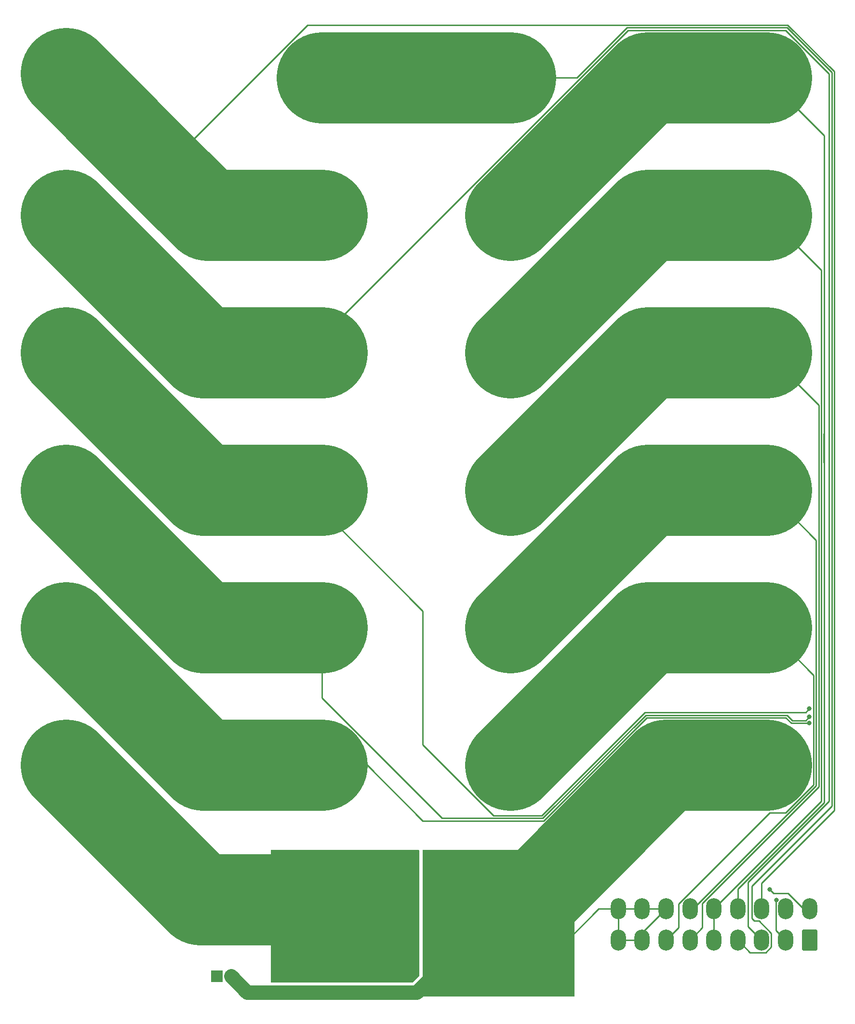
<source format=gtl>
G04 #@! TF.GenerationSoftware,KiCad,Pcbnew,(6.0.8-1)-1*
G04 #@! TF.CreationDate,2022-12-30T12:11:22-08:00*
G04 #@! TF.ProjectId,URBAN_CELL_BOARD,55524241-4e5f-4434-954c-4c5f424f4152,rev?*
G04 #@! TF.SameCoordinates,Original*
G04 #@! TF.FileFunction,Copper,L1,Top*
G04 #@! TF.FilePolarity,Positive*
%FSLAX46Y46*%
G04 Gerber Fmt 4.6, Leading zero omitted, Abs format (unit mm)*
G04 Created by KiCad (PCBNEW (6.0.8-1)-1) date 2022-12-30 12:11:22*
%MOMM*%
%LPD*%
G01*
G04 APERTURE LIST*
G04 Aperture macros list*
%AMRoundRect*
0 Rectangle with rounded corners*
0 $1 Rounding radius*
0 $2 $3 $4 $5 $6 $7 $8 $9 X,Y pos of 4 corners*
0 Add a 4 corners polygon primitive as box body*
4,1,4,$2,$3,$4,$5,$6,$7,$8,$9,$2,$3,0*
0 Add four circle primitives for the rounded corners*
1,1,$1+$1,$2,$3*
1,1,$1+$1,$4,$5*
1,1,$1+$1,$6,$7*
1,1,$1+$1,$8,$9*
0 Add four rect primitives between the rounded corners*
20,1,$1+$1,$2,$3,$4,$5,0*
20,1,$1+$1,$4,$5,$6,$7,0*
20,1,$1+$1,$6,$7,$8,$9,0*
20,1,$1+$1,$8,$9,$2,$3,0*%
G04 Aperture macros list end*
G04 #@! TA.AperFunction,ComponentPad*
%ADD10C,9.000000*%
G04 #@! TD*
G04 #@! TA.AperFunction,ComponentPad*
%ADD11R,6.000000X6.000000*%
G04 #@! TD*
G04 #@! TA.AperFunction,ComponentPad*
%ADD12C,6.000000*%
G04 #@! TD*
G04 #@! TA.AperFunction,ComponentPad*
%ADD13RoundRect,0.250001X1.099999X1.599999X-1.099999X1.599999X-1.099999X-1.599999X1.099999X-1.599999X0*%
G04 #@! TD*
G04 #@! TA.AperFunction,ComponentPad*
%ADD14O,2.700000X3.700000*%
G04 #@! TD*
G04 #@! TA.AperFunction,ComponentPad*
%ADD15R,2.100000X2.100000*%
G04 #@! TD*
G04 #@! TA.AperFunction,ComponentPad*
%ADD16C,2.100000*%
G04 #@! TD*
G04 #@! TA.AperFunction,ViaPad*
%ADD17C,0.800000*%
G04 #@! TD*
G04 #@! TA.AperFunction,Conductor*
%ADD18C,0.250000*%
G04 #@! TD*
G04 #@! TA.AperFunction,Conductor*
%ADD19C,16.000000*%
G04 #@! TD*
G04 #@! TA.AperFunction,Conductor*
%ADD20C,2.500000*%
G04 #@! TD*
G04 APERTURE END LIST*
D10*
X148629000Y-119750000D03*
X103689000Y-119750000D03*
X226129000Y-119750000D03*
X181189000Y-119750000D03*
X148629000Y-143884000D03*
X103689000Y-143884000D03*
X226129000Y-168018000D03*
X181189000Y-168018000D03*
D11*
X161290000Y-274217500D03*
X161290000Y-264057500D03*
D12*
X171450000Y-274217500D03*
X171450000Y-264057500D03*
D13*
X234315000Y-271145000D03*
D14*
X230115000Y-271145000D03*
X225915000Y-271145000D03*
X221715000Y-271145000D03*
X217515000Y-271145000D03*
X213315000Y-271145000D03*
X209115000Y-271145000D03*
X204915000Y-271145000D03*
X200715000Y-271145000D03*
X234315000Y-265645000D03*
X230115000Y-265645000D03*
X225915000Y-265645000D03*
X221715000Y-265645000D03*
X217515000Y-265645000D03*
X213315000Y-265645000D03*
X209115000Y-265645000D03*
X204915000Y-265645000D03*
X200715000Y-265645000D03*
D10*
X148629000Y-192153000D03*
X103689000Y-192153000D03*
X226129000Y-192153000D03*
X181189000Y-192153000D03*
X148629000Y-168018000D03*
X103689000Y-168018000D03*
X226129000Y-216287000D03*
X181189000Y-216287000D03*
D15*
X130175000Y-277495000D03*
D16*
X132715000Y-277495000D03*
D10*
X148629000Y-240421000D03*
X103689000Y-240421000D03*
X226129000Y-240421000D03*
X181189000Y-240421000D03*
X148629000Y-216287000D03*
X103689000Y-216287000D03*
X226129000Y-143884000D03*
X181189000Y-143884000D03*
D17*
X227330000Y-262255000D03*
X234295500Y-233045000D03*
X234295500Y-231935842D03*
X228480577Y-264082355D03*
X234295500Y-230505000D03*
D18*
X233260000Y-265645000D02*
X234315000Y-265645000D01*
X227965000Y-262890000D02*
X230505000Y-262890000D01*
X156601000Y-240421000D02*
X148629000Y-240421000D01*
X230505000Y-262890000D02*
X233260000Y-265645000D01*
X166370000Y-250190000D02*
X156601000Y-240421000D01*
X205710672Y-232096000D02*
X187616672Y-250190000D01*
X187616672Y-250190000D02*
X166370000Y-250190000D01*
X231092328Y-233045000D02*
X230143328Y-232096000D01*
X230143328Y-232096000D02*
X205710672Y-232096000D01*
D19*
X127823000Y-240421000D02*
X103689000Y-216287000D01*
D18*
X227330000Y-262255000D02*
X227965000Y-262890000D01*
X234295500Y-233045000D02*
X231092328Y-233045000D01*
D19*
X148629000Y-240421000D02*
X127823000Y-240421000D01*
X127325500Y-264057500D02*
X157480000Y-264057500D01*
X103689000Y-240421000D02*
X127325500Y-264057500D01*
X148629000Y-216287000D02*
X127823000Y-216287000D01*
D18*
X233636342Y-232595000D02*
X231278724Y-232595000D01*
X228480577Y-264082355D02*
X228440000Y-264122932D01*
X228440000Y-269470000D02*
X230115000Y-271145000D01*
X187430276Y-249740000D02*
X169730000Y-249740000D01*
X231278724Y-232595000D02*
X230329724Y-231646000D01*
X205524276Y-231646000D02*
X187430276Y-249740000D01*
D19*
X127823000Y-216287000D02*
X103689000Y-192153000D01*
D18*
X148629000Y-228639000D02*
X148629000Y-216287000D01*
X230329724Y-231646000D02*
X205524276Y-231646000D01*
X234295500Y-231935842D02*
X233636342Y-232595000D01*
X169730000Y-249740000D02*
X148629000Y-228639000D01*
X228440000Y-264122932D02*
X228440000Y-269470000D01*
D19*
X148629000Y-143884000D02*
X128573000Y-143884000D01*
D18*
X238655000Y-248391396D02*
X238655000Y-118663880D01*
D19*
X119979500Y-135290500D02*
X103689000Y-119000000D01*
X128573000Y-143884000D02*
X119979500Y-135290500D01*
D18*
X230481120Y-110490000D02*
X146115672Y-110490000D01*
X225915000Y-265645000D02*
X225915000Y-261131396D01*
X146115672Y-110490000D02*
X121315172Y-135290500D01*
X121315172Y-135290500D02*
X119979500Y-135290500D01*
X225915000Y-261131396D02*
X238655000Y-248391396D01*
X238655000Y-118663880D02*
X230481120Y-110490000D01*
X202440672Y-111425000D02*
X148629000Y-165236672D01*
D19*
X148629000Y-168018000D02*
X127823000Y-168018000D01*
D18*
X223520000Y-260986396D02*
X237755000Y-246751396D01*
X225915000Y-271145000D02*
X223520000Y-268750000D01*
X230143328Y-111425000D02*
X202440672Y-111425000D01*
D19*
X127823000Y-168018000D02*
X103689000Y-143884000D01*
D18*
X148629000Y-165236672D02*
X148629000Y-168018000D01*
X237755000Y-246751396D02*
X237755000Y-119036672D01*
X237755000Y-119036672D02*
X230143328Y-111425000D01*
X223520000Y-268750000D02*
X223520000Y-260986396D01*
D19*
X127824000Y-192153000D02*
X103689000Y-168018000D01*
D18*
X233660500Y-231140000D02*
X205393880Y-231140000D01*
X148629000Y-195619000D02*
X148629000Y-192153000D01*
X205393880Y-231140000D02*
X187243880Y-249290000D01*
X166370000Y-213360000D02*
X148629000Y-195619000D01*
X187243880Y-249290000D02*
X178805000Y-249290000D01*
X234295500Y-230505000D02*
X233660500Y-231140000D01*
X166370000Y-236855000D02*
X166370000Y-213360000D01*
D19*
X148629000Y-192153000D02*
X127824000Y-192153000D01*
D18*
X178805000Y-249290000D02*
X166370000Y-236855000D01*
X221715000Y-271145000D02*
X223890000Y-273320000D01*
X223890000Y-273320000D02*
X226608808Y-273320000D01*
X202254276Y-110975000D02*
X193479276Y-119750000D01*
X225423808Y-267785000D02*
X224605000Y-267785000D01*
X193479276Y-119750000D02*
X181755000Y-119750000D01*
X224605000Y-267785000D02*
X224155698Y-267335698D01*
D19*
X148629000Y-119750000D02*
X181755000Y-119750000D01*
D18*
X238205000Y-118850276D02*
X230329724Y-110975000D01*
X227590000Y-272338808D02*
X227590000Y-269951192D01*
X227590000Y-269951192D02*
X225423808Y-267785000D01*
X230329724Y-110975000D02*
X202254276Y-110975000D01*
X224155000Y-261620000D02*
X238205000Y-247570000D01*
X224155698Y-267335698D02*
X224155698Y-261620698D01*
X226608808Y-273320000D02*
X227590000Y-272338808D01*
X224155698Y-261620698D02*
X224155000Y-261620000D01*
X238205000Y-247570000D02*
X238205000Y-118850276D01*
X204915000Y-271145000D02*
X204915000Y-269845000D01*
X200715000Y-271145000D02*
X204915000Y-271145000D01*
X200715000Y-265645000D02*
X197270000Y-265645000D01*
D19*
X175260000Y-266700000D02*
X182880000Y-266700000D01*
D18*
X200715000Y-265645000D02*
X200715000Y-271145000D01*
D20*
X171450000Y-274217500D02*
X165333500Y-280334000D01*
D18*
X204915000Y-269845000D02*
X209115000Y-265645000D01*
X200715000Y-265645000D02*
X209115000Y-265645000D01*
D20*
X165333500Y-280334000D02*
X135554000Y-280334000D01*
D18*
X197270000Y-265645000D02*
X188595000Y-274320000D01*
D19*
X209159000Y-240421000D02*
X226695000Y-240421000D01*
X182880000Y-266700000D02*
X209159000Y-240421000D01*
D20*
X135554000Y-280334000D02*
X132715000Y-277495000D01*
D19*
X205889000Y-216287000D02*
X181755000Y-240421000D01*
X226695000Y-216287000D02*
X205889000Y-216287000D01*
D18*
X211290000Y-264801192D02*
X227345192Y-248746000D01*
X235020000Y-243869328D02*
X235020000Y-224612000D01*
X235020000Y-224612000D02*
X226695000Y-216287000D01*
X211290000Y-268970000D02*
X211290000Y-264801192D01*
X230143328Y-248746000D02*
X235020000Y-243869328D01*
X209115000Y-271145000D02*
X211290000Y-268970000D01*
X227345192Y-248746000D02*
X230143328Y-248746000D01*
X236855000Y-182245000D02*
X236855000Y-150495000D01*
X236855000Y-150495000D02*
X236855000Y-149225000D01*
X236855000Y-149860000D02*
X236855000Y-149225000D01*
X236855000Y-149225000D02*
X236855000Y-129910000D01*
X236855000Y-129910000D02*
X226695000Y-119750000D01*
X236855000Y-187325000D02*
X236855000Y-149860000D01*
X236855000Y-247015000D02*
X236855000Y-187325000D01*
X221715000Y-262155000D02*
X236855000Y-247015000D01*
X236820000Y-182245000D02*
X236855000Y-182245000D01*
D19*
X226695000Y-119750000D02*
X205889000Y-119750000D01*
D18*
X236855000Y-187325000D02*
X236820000Y-187290000D01*
D19*
X205889000Y-119750000D02*
X181755000Y-143884000D01*
D18*
X236820000Y-187290000D02*
X236820000Y-182245000D01*
X221715000Y-265645000D02*
X221715000Y-262155000D01*
X236855000Y-150495000D02*
X236855000Y-149860000D01*
X236370000Y-246790000D02*
X236370000Y-153559000D01*
D19*
X226695000Y-143884000D02*
X205889000Y-143884000D01*
D18*
X217515000Y-265645000D02*
X236370000Y-246790000D01*
X236370000Y-153559000D02*
X226695000Y-143884000D01*
D19*
X205889000Y-143884000D02*
X181755000Y-168018000D01*
D18*
X217515000Y-271145000D02*
X217515000Y-265645000D01*
D19*
X205890000Y-168018000D02*
X181755000Y-192153000D01*
D18*
X215490000Y-268970000D02*
X215490000Y-264672120D01*
X235920000Y-177243000D02*
X226695000Y-168018000D01*
X213315000Y-271145000D02*
X215490000Y-268970000D01*
X235920000Y-244242120D02*
X235920000Y-177243000D01*
X215490000Y-264672120D02*
X235920000Y-244242120D01*
D19*
X226695000Y-168018000D02*
X205890000Y-168018000D01*
X205889000Y-192153000D02*
X181755000Y-216287000D01*
D18*
X213880724Y-265645000D02*
X235470000Y-244055724D01*
X235470000Y-200928000D02*
X226695000Y-192153000D01*
X235470000Y-244055724D02*
X235470000Y-200928000D01*
D19*
X226695000Y-192153000D02*
X205889000Y-192153000D01*
D18*
X213315000Y-265645000D02*
X213880724Y-265645000D01*
G04 #@! TA.AperFunction,Conductor*
G36*
X192982121Y-255290002D02*
G01*
X193028614Y-255343658D01*
X193040000Y-255396000D01*
X193040000Y-280949500D01*
X193019998Y-281017621D01*
X192966342Y-281064114D01*
X192914000Y-281075500D01*
X166496000Y-281075500D01*
X166427879Y-281055498D01*
X166381386Y-281001842D01*
X166370000Y-280949500D01*
X166370000Y-255396000D01*
X166390002Y-255327879D01*
X166443658Y-255281386D01*
X166496000Y-255270000D01*
X192914000Y-255270000D01*
X192982121Y-255290002D01*
G37*
G04 #@! TD.AperFunction*
G04 #@! TA.AperFunction,Conductor*
G36*
X165677121Y-255290002D02*
G01*
X165723614Y-255343658D01*
X165735000Y-255396000D01*
X165735000Y-277393415D01*
X165714998Y-277461536D01*
X165698095Y-277482510D01*
X164642010Y-278538595D01*
X164579698Y-278572621D01*
X164552915Y-278575500D01*
X139826000Y-278575500D01*
X139757879Y-278555498D01*
X139711386Y-278501842D01*
X139700000Y-278449500D01*
X139700000Y-255396000D01*
X139720002Y-255327879D01*
X139773658Y-255281386D01*
X139826000Y-255270000D01*
X165609000Y-255270000D01*
X165677121Y-255290002D01*
G37*
G04 #@! TD.AperFunction*
M02*

</source>
